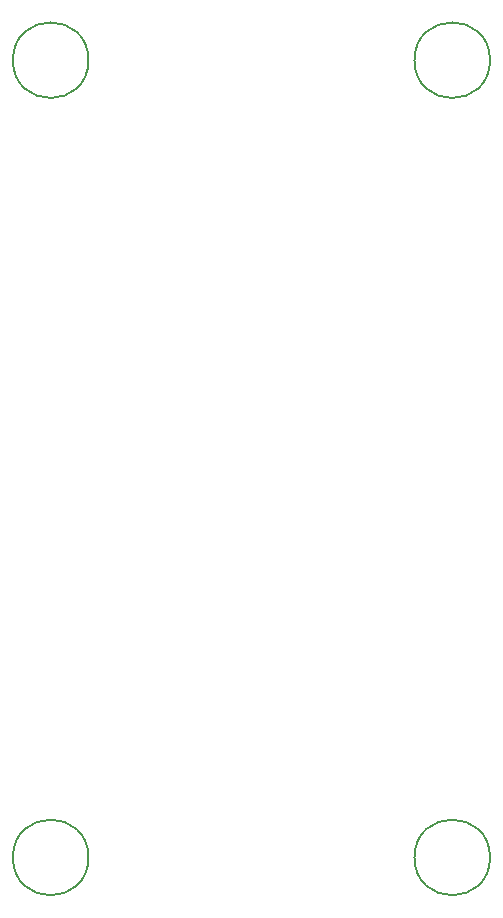
<source format=gbr>
%TF.GenerationSoftware,KiCad,Pcbnew,8.0.2*%
%TF.CreationDate,2024-09-07T15:44:48+02:00*%
%TF.ProjectId,OS-servoDriver,4f532d73-6572-4766-9f44-72697665722e,rev?*%
%TF.SameCoordinates,Original*%
%TF.FileFunction,Other,Comment*%
%FSLAX46Y46*%
G04 Gerber Fmt 4.6, Leading zero omitted, Abs format (unit mm)*
G04 Created by KiCad (PCBNEW 8.0.2) date 2024-09-07 15:44:48*
%MOMM*%
%LPD*%
G01*
G04 APERTURE LIST*
%ADD10C,0.150000*%
G04 APERTURE END LIST*
D10*
%TO.C,REF\u002A\u002A*%
X107200000Y-105000000D02*
G75*
G02*
X100800000Y-105000000I-3200000J0D01*
G01*
X100800000Y-105000000D02*
G75*
G02*
X107200000Y-105000000I3200000J0D01*
G01*
X141200000Y-105000000D02*
G75*
G02*
X134800000Y-105000000I-3200000J0D01*
G01*
X134800000Y-105000000D02*
G75*
G02*
X141200000Y-105000000I3200000J0D01*
G01*
X141200000Y-172500000D02*
G75*
G02*
X134800000Y-172500000I-3200000J0D01*
G01*
X134800000Y-172500000D02*
G75*
G02*
X141200000Y-172500000I3200000J0D01*
G01*
X107200000Y-172500000D02*
G75*
G02*
X100800000Y-172500000I-3200000J0D01*
G01*
X100800000Y-172500000D02*
G75*
G02*
X107200000Y-172500000I3200000J0D01*
G01*
%TD*%
M02*

</source>
